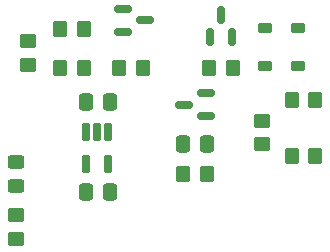
<source format=gbr>
%TF.GenerationSoftware,KiCad,Pcbnew,9.0.3*%
%TF.CreationDate,2025-12-07T20:25:51-06:00*%
%TF.ProjectId,VoltmeterFrontEnd_b,566f6c74-6d65-4746-9572-46726f6e7445,rev?*%
%TF.SameCoordinates,Original*%
%TF.FileFunction,Paste,Top*%
%TF.FilePolarity,Positive*%
%FSLAX46Y46*%
G04 Gerber Fmt 4.6, Leading zero omitted, Abs format (unit mm)*
G04 Created by KiCad (PCBNEW 9.0.3) date 2025-12-07 20:25:51*
%MOMM*%
%LPD*%
G01*
G04 APERTURE LIST*
G04 Aperture macros list*
%AMRoundRect*
0 Rectangle with rounded corners*
0 $1 Rounding radius*
0 $2 $3 $4 $5 $6 $7 $8 $9 X,Y pos of 4 corners*
0 Add a 4 corners polygon primitive as box body*
4,1,4,$2,$3,$4,$5,$6,$7,$8,$9,$2,$3,0*
0 Add four circle primitives for the rounded corners*
1,1,$1+$1,$2,$3*
1,1,$1+$1,$4,$5*
1,1,$1+$1,$6,$7*
1,1,$1+$1,$8,$9*
0 Add four rect primitives between the rounded corners*
20,1,$1+$1,$2,$3,$4,$5,0*
20,1,$1+$1,$4,$5,$6,$7,0*
20,1,$1+$1,$6,$7,$8,$9,0*
20,1,$1+$1,$8,$9,$2,$3,0*%
G04 Aperture macros list end*
%ADD10RoundRect,0.250000X-0.350000X-0.450000X0.350000X-0.450000X0.350000X0.450000X-0.350000X0.450000X0*%
%ADD11RoundRect,0.250000X0.350000X0.450000X-0.350000X0.450000X-0.350000X-0.450000X0.350000X-0.450000X0*%
%ADD12RoundRect,0.250000X0.450000X-0.350000X0.450000X0.350000X-0.450000X0.350000X-0.450000X-0.350000X0*%
%ADD13RoundRect,0.150000X0.587500X0.150000X-0.587500X0.150000X-0.587500X-0.150000X0.587500X-0.150000X0*%
%ADD14RoundRect,0.250000X-0.337500X-0.475000X0.337500X-0.475000X0.337500X0.475000X-0.337500X0.475000X0*%
%ADD15RoundRect,0.162500X-0.162500X0.617500X-0.162500X-0.617500X0.162500X-0.617500X0.162500X0.617500X0*%
%ADD16RoundRect,0.150000X-0.587500X-0.150000X0.587500X-0.150000X0.587500X0.150000X-0.587500X0.150000X0*%
%ADD17RoundRect,0.225000X0.375000X-0.225000X0.375000X0.225000X-0.375000X0.225000X-0.375000X-0.225000X0*%
%ADD18RoundRect,0.250000X0.337500X0.475000X-0.337500X0.475000X-0.337500X-0.475000X0.337500X-0.475000X0*%
%ADD19RoundRect,0.225000X-0.375000X0.225000X-0.375000X-0.225000X0.375000X-0.225000X0.375000X0.225000X0*%
%ADD20RoundRect,0.150000X0.150000X-0.587500X0.150000X0.587500X-0.150000X0.587500X-0.150000X-0.587500X0*%
%ADD21RoundRect,0.250000X-0.450000X0.325000X-0.450000X-0.325000X0.450000X-0.325000X0.450000X0.325000X0*%
G04 APERTURE END LIST*
D10*
%TO.C,R27*%
X113373500Y-78752000D03*
X115373500Y-78752000D03*
%TD*%
D11*
%TO.C,R18*%
X124586000Y-77252000D03*
X122586000Y-77252000D03*
%TD*%
D12*
%TO.C,R14*%
X120086000Y-76252000D03*
X120086000Y-74252000D03*
%TD*%
D13*
%TO.C,U10*%
X115356500Y-73830000D03*
X115356500Y-71930000D03*
X113481500Y-72880000D03*
%TD*%
D14*
%TO.C,C9*%
X105131000Y-80249940D03*
X107206000Y-80249940D03*
%TD*%
D12*
%TO.C,R1*%
X99250000Y-84250000D03*
X99250000Y-82250000D03*
%TD*%
D11*
%TO.C,R17*%
X124586000Y-72502000D03*
X122586000Y-72502000D03*
%TD*%
D10*
%TO.C,R7*%
X103000000Y-66500000D03*
X105000000Y-66500000D03*
%TD*%
D15*
%TO.C,U7*%
X107036000Y-75169940D03*
X106086000Y-75169940D03*
X105136000Y-75169940D03*
X105136000Y-77869940D03*
X107036000Y-77869940D03*
%TD*%
D12*
%TO.C,R3*%
X100250000Y-69500000D03*
X100250000Y-67500000D03*
%TD*%
D16*
%TO.C,Q3*%
X108312500Y-64800000D03*
X108312500Y-66700000D03*
X110187500Y-65750000D03*
%TD*%
D10*
%TO.C,R12*%
X103000000Y-69750000D03*
X105000000Y-69750000D03*
%TD*%
D17*
%TO.C,D4*%
X120336000Y-69652000D03*
X120336000Y-66352000D03*
%TD*%
D11*
%TO.C,R24*%
X117586000Y-69752000D03*
X115586000Y-69752000D03*
%TD*%
D18*
%TO.C,C10*%
X107206000Y-72629940D03*
X105131000Y-72629940D03*
%TD*%
D19*
%TO.C,D5*%
X123086000Y-66352000D03*
X123086000Y-69652000D03*
%TD*%
D20*
%TO.C,Q8*%
X115636000Y-67127000D03*
X117536000Y-67127000D03*
X116586000Y-65252000D03*
%TD*%
D10*
%TO.C,R8*%
X108000000Y-69750000D03*
X110000000Y-69750000D03*
%TD*%
D21*
%TO.C,D1*%
X99250000Y-77725000D03*
X99250000Y-79775000D03*
%TD*%
D14*
%TO.C,C17*%
X113336000Y-76252000D03*
X115411000Y-76252000D03*
%TD*%
M02*

</source>
